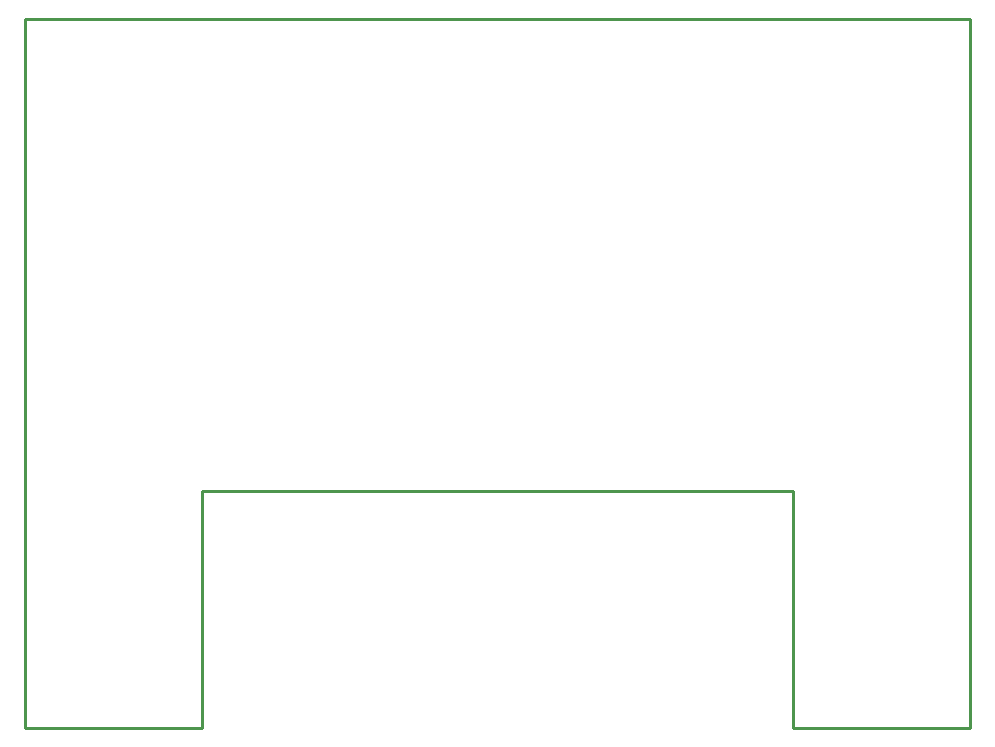
<source format=gko>
G04*
G04 #@! TF.GenerationSoftware,Altium Limited,Altium Designer,20.2.6 (244)*
G04*
G04 Layer_Color=16711935*
%FSLAX24Y24*%
%MOIN*%
G70*
G04*
G04 #@! TF.SameCoordinates,138FFB06-442B-41CF-B478-29EAC48853A1*
G04*
G04*
G04 #@! TF.FilePolarity,Positive*
G04*
G01*
G75*
%ADD14C,0.0100*%
D14*
X25591Y0D02*
Y7874D01*
X5906D02*
X25600D01*
X5906Y0D02*
Y7874D01*
X0Y0D02*
Y23622D01*
X31496D01*
Y0D02*
Y23622D01*
X25600Y0D02*
X31496D01*
X7874Y7874D02*
X25600D01*
X0Y0D02*
X5906D01*
M02*

</source>
